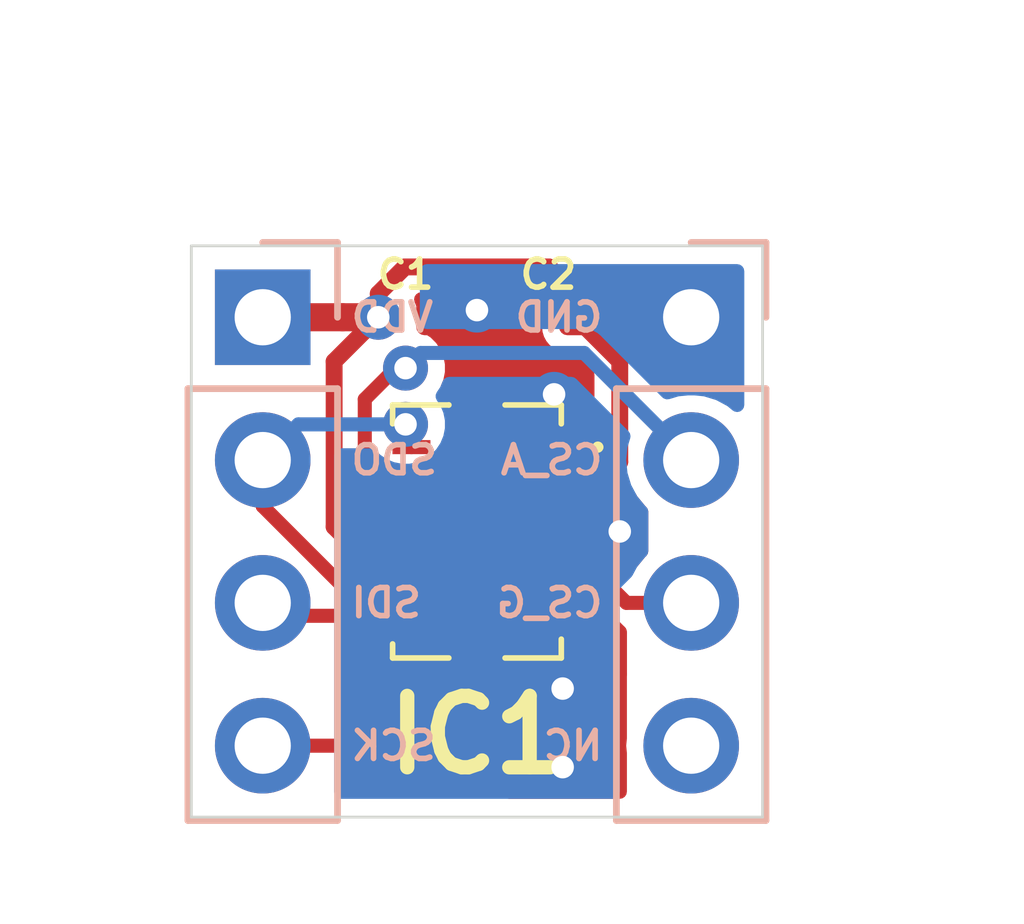
<source format=kicad_pcb>
(kicad_pcb (version 20171130) (host pcbnew "(5.1.4)-1")

  (general
    (thickness 1.6)
    (drawings 14)
    (tracks 73)
    (zones 0)
    (modules 5)
    (nets 13)
  )

  (page A4)
  (layers
    (0 F.Cu signal)
    (31 B.Cu signal)
    (32 B.Adhes user)
    (33 F.Adhes user)
    (34 B.Paste user)
    (35 F.Paste user)
    (36 B.SilkS user)
    (37 F.SilkS user)
    (38 B.Mask user)
    (39 F.Mask user)
    (40 Dwgs.User user)
    (41 Cmts.User user)
    (42 Eco1.User user)
    (43 Eco2.User user)
    (44 Edge.Cuts user)
    (45 Margin user)
    (46 B.CrtYd user)
    (47 F.CrtYd user)
    (48 B.Fab user)
    (49 F.Fab user)
  )

  (setup
    (last_trace_width 0.25)
    (trace_clearance 0.2)
    (zone_clearance 0.3)
    (zone_45_only yes)
    (trace_min 0.2)
    (via_size 0.8)
    (via_drill 0.4)
    (via_min_size 0.4)
    (via_min_drill 0.3)
    (uvia_size 0.3)
    (uvia_drill 0.1)
    (uvias_allowed no)
    (uvia_min_size 0.2)
    (uvia_min_drill 0.1)
    (edge_width 0.05)
    (segment_width 0.2)
    (pcb_text_width 0.3)
    (pcb_text_size 1.5 1.5)
    (mod_edge_width 0.12)
    (mod_text_size 1 1)
    (mod_text_width 0.15)
    (pad_size 1.524 1.524)
    (pad_drill 0.762)
    (pad_to_mask_clearance 0.051)
    (solder_mask_min_width 0.25)
    (aux_axis_origin 0 0)
    (visible_elements 7FFFFFFF)
    (pcbplotparams
      (layerselection 0x010fc_ffffffff)
      (usegerberextensions false)
      (usegerberattributes false)
      (usegerberadvancedattributes false)
      (creategerberjobfile false)
      (excludeedgelayer true)
      (linewidth 0.100000)
      (plotframeref false)
      (viasonmask false)
      (mode 1)
      (useauxorigin false)
      (hpglpennumber 1)
      (hpglpenspeed 20)
      (hpglpendiameter 15.000000)
      (psnegative false)
      (psa4output false)
      (plotreference true)
      (plotvalue true)
      (plotinvisibletext false)
      (padsonsilk false)
      (subtractmaskfromsilk false)
      (outputformat 1)
      (mirror false)
      (drillshape 1)
      (scaleselection 1)
      (outputdirectory ""))
  )

  (net 0 "")
  (net 1 GND)
  (net 2 +3V3)
  (net 3 "Net-(IC1-Pad16)")
  (net 4 "Net-(IC1-Pad10)")
  (net 5 "Net-(IC1-Pad14)")
  (net 6 "Net-(IC1-Pad13)")
  (net 7 "Net-(IC1-Pad12)")
  (net 8 "Net-(IC1-Pad9)")
  (net 9 "Net-(IC1-Pad8)")
  (net 10 "Net-(IC1-Pad5)")
  (net 11 "Net-(IC1-Pad1)")
  (net 12 "Net-(J2-Pad4)")

  (net_class Default "これはデフォルトのネット クラスです。"
    (clearance 0.2)
    (trace_width 0.25)
    (via_dia 0.8)
    (via_drill 0.4)
    (uvia_dia 0.3)
    (uvia_drill 0.1)
    (add_net +3V3)
    (add_net GND)
    (add_net "Net-(IC1-Pad1)")
    (add_net "Net-(IC1-Pad10)")
    (add_net "Net-(IC1-Pad12)")
    (add_net "Net-(IC1-Pad13)")
    (add_net "Net-(IC1-Pad14)")
    (add_net "Net-(IC1-Pad16)")
    (add_net "Net-(IC1-Pad5)")
    (add_net "Net-(IC1-Pad8)")
    (add_net "Net-(IC1-Pad9)")
    (add_net "Net-(J2-Pad4)")
  )

  (module Connector_PinHeader_2.54mm:PinHeader_1x04_P2.54mm_Vertical (layer B.Cu) (tedit 59FED5CC) (tstamp 5E494B6B)
    (at 3.81 -3.81 180)
    (descr "Through hole straight pin header, 1x04, 2.54mm pitch, single row")
    (tags "Through hole pin header THT 1x04 2.54mm single row")
    (path /5E4A84FC)
    (fp_text reference J2 (at 0 2.33) (layer B.SilkS) hide
      (effects (font (size 1 1) (thickness 0.15)) (justify mirror))
    )
    (fp_text value Conn_01x04 (at 0 -9.95) (layer B.Fab)
      (effects (font (size 1 1) (thickness 0.15)) (justify mirror))
    )
    (fp_text user %R (at 0 -3.81 270) (layer B.Fab)
      (effects (font (size 1 1) (thickness 0.15)) (justify mirror))
    )
    (fp_line (start 1.8 1.8) (end -1.8 1.8) (layer B.CrtYd) (width 0.05))
    (fp_line (start 1.8 -9.4) (end 1.8 1.8) (layer B.CrtYd) (width 0.05))
    (fp_line (start -1.8 -9.4) (end 1.8 -9.4) (layer B.CrtYd) (width 0.05))
    (fp_line (start -1.8 1.8) (end -1.8 -9.4) (layer B.CrtYd) (width 0.05))
    (fp_line (start -1.33 1.33) (end 0 1.33) (layer B.SilkS) (width 0.12))
    (fp_line (start -1.33 0) (end -1.33 1.33) (layer B.SilkS) (width 0.12))
    (fp_line (start -1.33 -1.27) (end 1.33 -1.27) (layer B.SilkS) (width 0.12))
    (fp_line (start 1.33 -1.27) (end 1.33 -8.95) (layer B.SilkS) (width 0.12))
    (fp_line (start -1.33 -1.27) (end -1.33 -8.95) (layer B.SilkS) (width 0.12))
    (fp_line (start -1.33 -8.95) (end 1.33 -8.95) (layer B.SilkS) (width 0.12))
    (fp_line (start -1.27 0.635) (end -0.635 1.27) (layer B.Fab) (width 0.1))
    (fp_line (start -1.27 -8.89) (end -1.27 0.635) (layer B.Fab) (width 0.1))
    (fp_line (start 1.27 -8.89) (end -1.27 -8.89) (layer B.Fab) (width 0.1))
    (fp_line (start 1.27 1.27) (end 1.27 -8.89) (layer B.Fab) (width 0.1))
    (fp_line (start -0.635 1.27) (end 1.27 1.27) (layer B.Fab) (width 0.1))
    (pad 4 thru_hole oval (at 0 -7.62 180) (size 1.7 1.7) (drill 1) (layers *.Cu *.Mask)
      (net 12 "Net-(J2-Pad4)"))
    (pad 3 thru_hole oval (at 0 -5.08 180) (size 1.7 1.7) (drill 1) (layers *.Cu *.Mask)
      (net 10 "Net-(IC1-Pad5)"))
    (pad 2 thru_hole oval (at 0 -2.54 180) (size 1.7 1.7) (drill 1) (layers *.Cu *.Mask)
      (net 5 "Net-(IC1-Pad14)"))
    (pad 1 thru_hole rect (at 0 0 180) (size 1.7 1.7) (drill 1) (layers *.Cu *.Mask)
      (net 1 GND))
    (model ${KISYS3DMOD}/Connector_PinHeader_2.54mm.3dshapes/PinHeader_1x04_P2.54mm_Vertical.wrl
      (at (xyz 0 0 0))
      (scale (xyz 1 1 1))
      (rotate (xyz 0 0 0))
    )
  )

  (module Connector_PinHeader_2.54mm:PinHeader_1x04_P2.54mm_Vertical (layer B.Cu) (tedit 59FED5CC) (tstamp 60F42DBD)
    (at -3.81 -3.81 180)
    (descr "Through hole straight pin header, 1x04, 2.54mm pitch, single row")
    (tags "Through hole pin header THT 1x04 2.54mm single row")
    (path /5E4924D9)
    (fp_text reference J1 (at 0 2.33) (layer B.SilkS) hide
      (effects (font (size 1 1) (thickness 0.15)) (justify mirror))
    )
    (fp_text value Conn_01x04 (at 0 -9.95) (layer B.Fab)
      (effects (font (size 1 1) (thickness 0.15)) (justify mirror))
    )
    (fp_text user %R (at 0 -3.81 270) (layer B.Fab)
      (effects (font (size 1 1) (thickness 0.15)) (justify mirror))
    )
    (fp_line (start 1.8 1.8) (end -1.8 1.8) (layer B.CrtYd) (width 0.05))
    (fp_line (start 1.8 -9.4) (end 1.8 1.8) (layer B.CrtYd) (width 0.05))
    (fp_line (start -1.8 -9.4) (end 1.8 -9.4) (layer B.CrtYd) (width 0.05))
    (fp_line (start -1.8 1.8) (end -1.8 -9.4) (layer B.CrtYd) (width 0.05))
    (fp_line (start -1.33 1.33) (end 0 1.33) (layer B.SilkS) (width 0.12))
    (fp_line (start -1.33 0) (end -1.33 1.33) (layer B.SilkS) (width 0.12))
    (fp_line (start -1.33 -1.27) (end 1.33 -1.27) (layer B.SilkS) (width 0.12))
    (fp_line (start 1.33 -1.27) (end 1.33 -8.95) (layer B.SilkS) (width 0.12))
    (fp_line (start -1.33 -1.27) (end -1.33 -8.95) (layer B.SilkS) (width 0.12))
    (fp_line (start -1.33 -8.95) (end 1.33 -8.95) (layer B.SilkS) (width 0.12))
    (fp_line (start -1.27 0.635) (end -0.635 1.27) (layer B.Fab) (width 0.1))
    (fp_line (start -1.27 -8.89) (end -1.27 0.635) (layer B.Fab) (width 0.1))
    (fp_line (start 1.27 -8.89) (end -1.27 -8.89) (layer B.Fab) (width 0.1))
    (fp_line (start 1.27 1.27) (end 1.27 -8.89) (layer B.Fab) (width 0.1))
    (fp_line (start -0.635 1.27) (end 1.27 1.27) (layer B.Fab) (width 0.1))
    (pad 4 thru_hole oval (at 0 -7.62 180) (size 1.7 1.7) (drill 1) (layers *.Cu *.Mask)
      (net 9 "Net-(IC1-Pad8)"))
    (pad 3 thru_hole oval (at 0 -5.08 180) (size 1.7 1.7) (drill 1) (layers *.Cu *.Mask)
      (net 8 "Net-(IC1-Pad9)"))
    (pad 2 thru_hole oval (at 0 -2.54 180) (size 1.7 1.7) (drill 1) (layers *.Cu *.Mask)
      (net 4 "Net-(IC1-Pad10)"))
    (pad 1 thru_hole rect (at 0 0 180) (size 1.7 1.7) (drill 1) (layers *.Cu *.Mask)
      (net 2 +3V3))
    (model ${KISYS3DMOD}/Connector_PinHeader_2.54mm.3dshapes/PinHeader_1x04_P2.54mm_Vertical.wrl
      (at (xyz 0 0 0))
      (scale (xyz 1 1 1))
      (rotate (xyz 0 0 0))
    )
  )

  (module SamacSys_Parts:BMI088 (layer F.Cu) (tedit 0) (tstamp 5E494B3B)
    (at 0 0 270)
    (descr BMI088-2)
    (tags "Integrated Circuit")
    (path /5E48D804)
    (attr smd)
    (fp_text reference IC1 (at 3.6195 0 180) (layer F.SilkS)
      (effects (font (size 1.27 1.27) (thickness 0.254)))
    )
    (fp_text value BMI088 (at 0 -0.349 90) (layer F.SilkS) hide
      (effects (font (size 1.27 1.27) (thickness 0.254)))
    )
    (fp_arc (start -1.5 -2.15) (end -1.5 -2.2) (angle 180) (layer F.SilkS) (width 0.1))
    (fp_arc (start -1.5 -2.15) (end -1.5 -2.1) (angle 180) (layer F.SilkS) (width 0.1))
    (fp_line (start -1.5 -2.2) (end -1.5 -2.2) (layer F.SilkS) (width 0.1))
    (fp_line (start -1.5 -2.1) (end -1.5 -2.1) (layer F.SilkS) (width 0.1))
    (fp_line (start 2.25 -1.5) (end 2.25 -0.5) (layer F.SilkS) (width 0.1))
    (fp_line (start 1.915 -1.5) (end 2.25 -1.5) (layer F.SilkS) (width 0.1))
    (fp_line (start -2.25 -1.5) (end -1.915 -1.5) (layer F.SilkS) (width 0.1))
    (fp_line (start -2.25 -0.5) (end -2.25 -1.5) (layer F.SilkS) (width 0.1))
    (fp_line (start 2.25 1.5) (end 2.25 0.5) (layer F.SilkS) (width 0.1))
    (fp_line (start 2 1.5) (end 2.25 1.5) (layer F.SilkS) (width 0.1))
    (fp_line (start -2.25 0.5) (end -2.25 0.5) (layer F.SilkS) (width 0.1))
    (fp_line (start -2.25 1.5) (end -2.25 0.5) (layer F.SilkS) (width 0.1))
    (fp_line (start -1.915 1.5) (end -2.25 1.5) (layer F.SilkS) (width 0.1))
    (fp_line (start -2.852 2.103) (end -2.852 -2.8) (layer F.CrtYd) (width 0.1))
    (fp_line (start 2.852 2.103) (end -2.852 2.103) (layer F.CrtYd) (width 0.1))
    (fp_line (start 2.852 -2.8) (end 2.852 2.103) (layer F.CrtYd) (width 0.1))
    (fp_line (start -2.852 -2.8) (end 2.852 -2.8) (layer F.CrtYd) (width 0.1))
    (fp_line (start -2.25 1.5) (end -2.25 -1.5) (layer F.Fab) (width 0.2))
    (fp_line (start 2.25 1.5) (end -2.25 1.5) (layer F.Fab) (width 0.2))
    (fp_line (start 2.25 -1.5) (end 2.25 1.5) (layer F.Fab) (width 0.2))
    (fp_line (start -2.25 -1.5) (end 2.25 -1.5) (layer F.Fab) (width 0.2))
    (fp_text user %R (at 0 -0.349 90) (layer F.Fab)
      (effects (font (size 1.27 1.27) (thickness 0.254)))
    )
    (pad 16 smd rect (at -1.915 0) (size 0.25 0.675) (layers F.Cu F.Paste F.Mask)
      (net 3 "Net-(IC1-Pad16)"))
    (pad 15 smd rect (at -1.5 1.165 270) (size 0.25 0.675) (layers F.Cu F.Paste F.Mask)
      (net 4 "Net-(IC1-Pad10)"))
    (pad 14 smd rect (at -1 1.165 270) (size 0.25 0.675) (layers F.Cu F.Paste F.Mask)
      (net 5 "Net-(IC1-Pad14)"))
    (pad 13 smd rect (at -0.5 1.165 270) (size 0.25 0.675) (layers F.Cu F.Paste F.Mask)
      (net 6 "Net-(IC1-Pad13)"))
    (pad 12 smd rect (at 0 1.165 270) (size 0.25 0.675) (layers F.Cu F.Paste F.Mask)
      (net 7 "Net-(IC1-Pad12)"))
    (pad 11 smd rect (at 0.5 1.165 270) (size 0.25 0.675) (layers F.Cu F.Paste F.Mask)
      (net 2 +3V3))
    (pad 10 smd rect (at 1 1.165 270) (size 0.25 0.675) (layers F.Cu F.Paste F.Mask)
      (net 4 "Net-(IC1-Pad10)"))
    (pad 9 smd rect (at 1.5 1.165 270) (size 0.25 0.675) (layers F.Cu F.Paste F.Mask)
      (net 8 "Net-(IC1-Pad9)"))
    (pad 8 smd rect (at 1.915 0) (size 0.25 0.675) (layers F.Cu F.Paste F.Mask)
      (net 9 "Net-(IC1-Pad8)"))
    (pad 7 smd rect (at 1.5 -1.165 270) (size 0.25 0.675) (layers F.Cu F.Paste F.Mask)
      (net 1 GND))
    (pad 6 smd rect (at 1 -1.165 270) (size 0.25 0.675) (layers F.Cu F.Paste F.Mask)
      (net 1 GND))
    (pad 5 smd rect (at 0.5 -1.165 270) (size 0.25 0.675) (layers F.Cu F.Paste F.Mask)
      (net 10 "Net-(IC1-Pad5)"))
    (pad 4 smd rect (at 0 -1.165 270) (size 0.25 0.675) (layers F.Cu F.Paste F.Mask)
      (net 1 GND))
    (pad 3 smd rect (at -0.5 -1.165 270) (size 0.25 0.675) (layers F.Cu F.Paste F.Mask)
      (net 2 +3V3))
    (pad 2 smd rect (at -1 -1.165 270) (size 0.25 0.675) (layers F.Cu F.Paste F.Mask)
      (net 1 GND))
    (pad 1 smd rect (at -1.5 -1.165 270) (size 0.25 0.675) (layers F.Cu F.Paste F.Mask)
      (net 11 "Net-(IC1-Pad1)"))
    (model Z:\ElectronicWork\KiCad\PCB_Library\SamacSys_Parts.3dshapes\BMI088.stp
      (at (xyz 0 0 0))
      (scale (xyz 1 1 1))
      (rotate (xyz 0 0 0))
    )
  )

  (module Capacitor_SMD:C_0402_1005Metric (layer F.Cu) (tedit 5B301BBE) (tstamp 60F43835)
    (at 1.27 -3.81 180)
    (descr "Capacitor SMD 0402 (1005 Metric), square (rectangular) end terminal, IPC_7351 nominal, (Body size source: http://www.tortai-tech.com/upload/download/2011102023233369053.pdf), generated with kicad-footprint-generator")
    (tags capacitor)
    (path /5E49E864)
    (attr smd)
    (fp_text reference C2 (at 0 0.762) (layer F.SilkS)
      (effects (font (size 0.5 0.5) (thickness 0.1)))
    )
    (fp_text value 100nF (at 0 1.17) (layer F.Fab)
      (effects (font (size 1 1) (thickness 0.15)))
    )
    (fp_line (start -0.5 0.25) (end -0.5 -0.25) (layer F.Fab) (width 0.1))
    (fp_line (start -0.5 -0.25) (end 0.5 -0.25) (layer F.Fab) (width 0.1))
    (fp_line (start 0.5 -0.25) (end 0.5 0.25) (layer F.Fab) (width 0.1))
    (fp_line (start 0.5 0.25) (end -0.5 0.25) (layer F.Fab) (width 0.1))
    (fp_line (start -0.93 0.47) (end -0.93 -0.47) (layer F.CrtYd) (width 0.05))
    (fp_line (start -0.93 -0.47) (end 0.93 -0.47) (layer F.CrtYd) (width 0.05))
    (fp_line (start 0.93 -0.47) (end 0.93 0.47) (layer F.CrtYd) (width 0.05))
    (fp_line (start 0.93 0.47) (end -0.93 0.47) (layer F.CrtYd) (width 0.05))
    (fp_text user %R (at 0 0) (layer F.Fab)
      (effects (font (size 0.25 0.25) (thickness 0.04)))
    )
    (pad 1 smd roundrect (at -0.485 0 180) (size 0.59 0.64) (layers F.Cu F.Paste F.Mask) (roundrect_rratio 0.25)
      (net 2 +3V3))
    (pad 2 smd roundrect (at 0.485 0 180) (size 0.59 0.64) (layers F.Cu F.Paste F.Mask) (roundrect_rratio 0.25)
      (net 1 GND))
    (model ${KISYS3DMOD}/Capacitor_SMD.3dshapes/C_0402_1005Metric.wrl
      (at (xyz 0 0 0))
      (scale (xyz 1 1 1))
      (rotate (xyz 0 0 0))
    )
  )

  (module Capacitor_SMD:C_0402_1005Metric (layer F.Cu) (tedit 5B301BBE) (tstamp 60F42F9A)
    (at -1.27 -3.81)
    (descr "Capacitor SMD 0402 (1005 Metric), square (rectangular) end terminal, IPC_7351 nominal, (Body size source: http://www.tortai-tech.com/upload/download/2011102023233369053.pdf), generated with kicad-footprint-generator")
    (tags capacitor)
    (path /5E491C7C)
    (attr smd)
    (fp_text reference C1 (at 0 -0.762) (layer F.SilkS)
      (effects (font (size 0.5 0.5) (thickness 0.1)))
    )
    (fp_text value 100nF (at 0 1.17) (layer F.Fab)
      (effects (font (size 1 1) (thickness 0.15)))
    )
    (fp_text user %R (at 0 0) (layer F.Fab)
      (effects (font (size 0.25 0.25) (thickness 0.04)))
    )
    (fp_line (start 0.93 0.47) (end -0.93 0.47) (layer F.CrtYd) (width 0.05))
    (fp_line (start 0.93 -0.47) (end 0.93 0.47) (layer F.CrtYd) (width 0.05))
    (fp_line (start -0.93 -0.47) (end 0.93 -0.47) (layer F.CrtYd) (width 0.05))
    (fp_line (start -0.93 0.47) (end -0.93 -0.47) (layer F.CrtYd) (width 0.05))
    (fp_line (start 0.5 0.25) (end -0.5 0.25) (layer F.Fab) (width 0.1))
    (fp_line (start 0.5 -0.25) (end 0.5 0.25) (layer F.Fab) (width 0.1))
    (fp_line (start -0.5 -0.25) (end 0.5 -0.25) (layer F.Fab) (width 0.1))
    (fp_line (start -0.5 0.25) (end -0.5 -0.25) (layer F.Fab) (width 0.1))
    (pad 2 smd roundrect (at 0.485 0) (size 0.59 0.64) (layers F.Cu F.Paste F.Mask) (roundrect_rratio 0.25)
      (net 1 GND))
    (pad 1 smd roundrect (at -0.485 0) (size 0.59 0.64) (layers F.Cu F.Paste F.Mask) (roundrect_rratio 0.25)
      (net 2 +3V3))
    (model ${KISYS3DMOD}/Capacitor_SMD.3dshapes/C_0402_1005Metric.wrl
      (at (xyz 0 0 0))
      (scale (xyz 1 1 1))
      (rotate (xyz 0 0 0))
    )
  )

  (dimension 10.16 (width 0.15) (layer Dwgs.User)
    (gr_text "10.160 mm" (at 8.38 0 270) (layer Dwgs.User)
      (effects (font (size 1 1) (thickness 0.15)))
    )
    (feature1 (pts (xy 5.08 5.08) (xy 7.666421 5.08)))
    (feature2 (pts (xy 5.08 -5.08) (xy 7.666421 -5.08)))
    (crossbar (pts (xy 7.08 -5.08) (xy 7.08 5.08)))
    (arrow1a (pts (xy 7.08 5.08) (xy 6.493579 3.953496)))
    (arrow1b (pts (xy 7.08 5.08) (xy 7.666421 3.953496)))
    (arrow2a (pts (xy 7.08 -5.08) (xy 6.493579 -3.953496)))
    (arrow2b (pts (xy 7.08 -5.08) (xy 7.666421 -3.953496)))
  )
  (dimension 10.16 (width 0.15) (layer Dwgs.User)
    (gr_text "10.160 mm" (at 0 -8.754) (layer Dwgs.User) (tstamp 60F4350C)
      (effects (font (size 1 1) (thickness 0.15)))
    )
    (feature1 (pts (xy 5.08 -5.08) (xy 5.08 -8.040421)))
    (feature2 (pts (xy -5.08 -5.08) (xy -5.08 -8.040421)))
    (crossbar (pts (xy -5.08 -7.454) (xy 5.08 -7.454)))
    (arrow1a (pts (xy 5.08 -7.454) (xy 3.953496 -6.867579)))
    (arrow1b (pts (xy 5.08 -7.454) (xy 3.953496 -8.040421)))
    (arrow2a (pts (xy -5.08 -7.454) (xy -3.953496 -6.867579)))
    (arrow2b (pts (xy -5.08 -7.454) (xy -3.953496 -8.040421)))
  )
  (gr_text CS_G (at 2.286 1.27) (layer B.SilkS)
    (effects (font (size 0.5 0.5) (thickness 0.1)) (justify left mirror))
  )
  (gr_text CS_A (at 2.286 -1.27) (layer B.SilkS)
    (effects (font (size 0.5 0.5) (thickness 0.1)) (justify left mirror))
  )
  (gr_text SDO (at -2.286 -1.27) (layer B.SilkS)
    (effects (font (size 0.5 0.5) (thickness 0.1)) (justify right mirror))
  )
  (gr_text SCK (at -2.286 3.81) (layer B.SilkS)
    (effects (font (size 0.5 0.5) (thickness 0.1)) (justify right mirror))
  )
  (gr_text SDI (at -2.286 1.27) (layer B.SilkS) (tstamp 60F435D4)
    (effects (font (size 0.5 0.5) (thickness 0.1)) (justify right mirror))
  )
  (gr_text NC (at 2.286 3.81) (layer B.SilkS)
    (effects (font (size 0.5 0.5) (thickness 0.1)) (justify left mirror))
  )
  (gr_text GND (at 2.286 -3.81) (layer B.SilkS)
    (effects (font (size 0.5 0.5) (thickness 0.1)) (justify left mirror))
  )
  (gr_text VDD (at -2.286 -3.81) (layer B.SilkS)
    (effects (font (size 0.5 0.5) (thickness 0.1)) (justify right mirror))
  )
  (gr_line (start -5.08 5.08) (end -5.08 -5.08) (layer Edge.Cuts) (width 0.05) (tstamp 5E494F08))
  (gr_line (start 5.08 5.08) (end -5.08 5.08) (layer Edge.Cuts) (width 0.05))
  (gr_line (start 5.08 -5.08) (end 5.08 5.08) (layer Edge.Cuts) (width 0.05))
  (gr_line (start -5.08 -5.08) (end 5.08 -5.08) (layer Edge.Cuts) (width 0.05))

  (segment (start 1.165 -1) (end 1.630736 -1) (width 0.25) (layer F.Cu) (net 1))
  (segment (start 1.630736 -1) (end 1.905 -1.274264) (width 0.25) (layer F.Cu) (net 1))
  (segment (start 1.905 -1.274264) (end 1.905 -1.905) (width 0.25) (layer F.Cu) (net 1))
  (segment (start 0.785 -3.025) (end 0.785 -3.81) (width 0.25) (layer F.Cu) (net 1))
  (segment (start 1.905 -1.905) (end 1.3716 -2.4384) (width 0.25) (layer F.Cu) (net 1))
  (segment (start 1.7525 1) (end 1.905 1.1525) (width 0.25) (layer F.Cu) (net 1))
  (segment (start 1.165 1) (end 1.7525 1) (width 0.25) (layer F.Cu) (net 1))
  (segment (start 1.7525 1.5) (end 1.165 1.5) (width 0.25) (layer F.Cu) (net 1))
  (segment (start 1.905 1.3475) (end 1.7525 1.5) (width 0.25) (layer F.Cu) (net 1))
  (segment (start 1.905 1.1525) (end 1.905 1.3475) (width 0.25) (layer F.Cu) (net 1))
  (via (at 2.54 0) (size 0.8) (drill 0.4) (layers F.Cu B.Cu) (net 1))
  (segment (start 1.165 0) (end 2.54 0) (width 0.25) (layer F.Cu) (net 1))
  (segment (start 1.3716 -2.4384) (end 0.785 -3.025) (width 0.25) (layer F.Cu) (net 1) (tstamp 60F4348E))
  (via (at 1.3716 -2.4384) (size 0.8) (drill 0.4) (layers F.Cu B.Cu) (net 1))
  (via (at 1.524 2.794) (size 0.8) (drill 0.4) (layers F.Cu B.Cu) (net 1))
  (via (at 1.524 4.191) (size 0.8) (drill 0.4) (layers F.Cu B.Cu) (net 1) (tstamp 60F43558))
  (via (at 0 -3.937) (size 0.8) (drill 0.4) (layers F.Cu B.Cu) (net 1))
  (segment (start -0.127 -3.81) (end 0 -3.937) (width 0.25) (layer F.Cu) (net 1))
  (segment (start -0.785 -3.81) (end -0.127 -3.81) (width 0.25) (layer F.Cu) (net 1))
  (segment (start 2.54 2.54) (end 1.27 2.54) (width 0.25) (layer F.Cu) (net 1))
  (segment (start 1.905 1.1525) (end 2.54 1.7875) (width 0.25) (layer F.Cu) (net 1))
  (segment (start 2.54 1.7875) (end 2.54 2.54) (width 0.25) (layer F.Cu) (net 1))
  (segment (start 1.905 1.3475) (end 1.905 1.905) (width 0.25) (layer F.Cu) (net 1))
  (segment (start 1.905 1.905) (end 1.27 2.54) (width 0.25) (layer F.Cu) (net 1))
  (segment (start 0 -3.937) (end 0 -3.048) (width 0.25) (layer F.Cu) (net 1))
  (segment (start 0.6096 -2.4384) (end 1.3716 -2.4384) (width 0.25) (layer F.Cu) (net 1))
  (segment (start 0 -3.048) (end 0.6096 -2.4384) (width 0.25) (layer F.Cu) (net 1))
  (segment (start -0.023 -3.048) (end 0 -3.048) (width 0.25) (layer F.Cu) (net 1))
  (segment (start -0.785 -3.81) (end -0.023 -3.048) (width 0.25) (layer F.Cu) (net 1))
  (segment (start -3.81 -3.81) (end -2.39 -3.81) (width 0.5) (layer F.Cu) (net 2))
  (segment (start -2.39 -3.81) (end -1.755 -3.81) (width 0.5) (layer F.Cu) (net 2))
  (segment (start 2.54 -3.025) (end 1.755 -3.81) (width 0.3) (layer F.Cu) (net 2))
  (segment (start 2.54 -1.2375) (end 2.54 -3.025) (width 0.3) (layer F.Cu) (net 2))
  (segment (start 1.165 -0.5) (end 1.8025 -0.5) (width 0.3) (layer F.Cu) (net 2))
  (segment (start 1.8025 -0.5) (end 2.54 -1.2375) (width 0.3) (layer F.Cu) (net 2))
  (via (at -1.755 -3.81) (size 0.8) (drill 0.4) (layers F.Cu B.Cu) (net 2))
  (segment (start -2.54 -3.025) (end -1.755 -3.81) (width 0.3) (layer F.Cu) (net 2))
  (segment (start -2.54 -0.082769) (end -2.54 -3.025) (width 0.3) (layer F.Cu) (net 2))
  (segment (start -1.165 0.5) (end -1.957231 0.5) (width 0.3) (layer F.Cu) (net 2))
  (segment (start -1.957231 0.5) (end -2.54 -0.082769) (width 0.3) (layer F.Cu) (net 2))
  (segment (start -1.755 -4.23) (end -1.755 -3.81) (width 0.3) (layer F.Cu) (net 2))
  (segment (start -1.28001 -4.70499) (end -1.755 -4.23) (width 0.3) (layer F.Cu) (net 2))
  (segment (start 1.28001 -4.70499) (end -1.28001 -4.70499) (width 0.3) (layer F.Cu) (net 2))
  (segment (start 1.755 -3.81) (end 1.755 -4.23) (width 0.3) (layer F.Cu) (net 2))
  (segment (start 1.755 -4.23) (end 1.28001 -4.70499) (width 0.3) (layer F.Cu) (net 2))
  (segment (start -3.58 -1.5) (end -3.81 -1.27) (width 0.25) (layer F.Cu) (net 4))
  (segment (start -3.81 -0.45) (end -3.81 -1.27) (width 0.25) (layer F.Cu) (net 4))
  (segment (start -1.165 1) (end -2.36 1) (width 0.25) (layer F.Cu) (net 4))
  (segment (start -2.36 1) (end -3.81 -0.45) (width 0.25) (layer F.Cu) (net 4))
  (via (at -1.27 -1.905012) (size 0.8) (drill 0.4) (layers F.Cu B.Cu) (net 4))
  (segment (start -1.165 -1.875) (end -1.195012 -1.905012) (width 0.25) (layer F.Cu) (net 4))
  (segment (start -1.195012 -1.905012) (end -1.27 -1.905012) (width 0.25) (layer F.Cu) (net 4))
  (segment (start -1.165 -1.5) (end -1.165 -1.875) (width 0.25) (layer F.Cu) (net 4))
  (segment (start -1.270012 -1.905) (end -1.27 -1.905012) (width 0.25) (layer B.Cu) (net 4))
  (segment (start -3.81 -1.27) (end -3.175 -1.905) (width 0.25) (layer B.Cu) (net 4))
  (segment (start -3.175 -1.905) (end -1.270012 -1.905) (width 0.25) (layer B.Cu) (net 4))
  (via (at -1.27 -2.905015) (size 0.8) (drill 0.4) (layers F.Cu B.Cu) (net 5))
  (segment (start -1.441492 -2.905015) (end -1.27 -2.905015) (width 0.25) (layer F.Cu) (net 5))
  (segment (start -1.995001 -2.351506) (end -1.441492 -2.905015) (width 0.25) (layer F.Cu) (net 5))
  (segment (start -1.995001 -1.242501) (end -1.995001 -2.351506) (width 0.25) (layer F.Cu) (net 5))
  (segment (start -1.165 -1) (end -1.7525 -1) (width 0.25) (layer F.Cu) (net 5))
  (segment (start -1.7525 -1) (end -1.995001 -1.242501) (width 0.25) (layer F.Cu) (net 5))
  (segment (start 1.905 -3.175) (end 3.81 -1.27) (width 0.25) (layer B.Cu) (net 5))
  (segment (start -1.27 -2.905015) (end -1.000015 -3.175) (width 0.25) (layer B.Cu) (net 5))
  (segment (start -1.000015 -3.175) (end 1.905 -3.175) (width 0.25) (layer B.Cu) (net 5))
  (segment (start -3.58 1.5) (end -3.81 1.27) (width 0.25) (layer F.Cu) (net 8))
  (segment (start -1.165 1.5) (end -3.58 1.5) (width 0.25) (layer F.Cu) (net 8))
  (segment (start 0 2.1275) (end 0 1.915) (width 0.25) (layer F.Cu) (net 9))
  (segment (start -1.6825 3.81) (end 0 2.1275) (width 0.25) (layer F.Cu) (net 9))
  (segment (start -3.81 3.81) (end -1.6825 3.81) (width 0.25) (layer F.Cu) (net 9))
  (segment (start 2.65891 1.27) (end 3.81 1.27) (width 0.25) (layer F.Cu) (net 10))
  (segment (start 1.165 0.5) (end 1.88891 0.5) (width 0.25) (layer F.Cu) (net 10))
  (segment (start 1.88891 0.5) (end 2.65891 1.27) (width 0.25) (layer F.Cu) (net 10))

  (zone (net 0) (net_name "") (layer F.Cu) (tstamp 0) (hatch edge 0.508)
    (connect_pads yes (clearance 0.3))
    (min_thickness 0.254)
    (keepout (tracks allowed) (vias allowed) (copperpour not_allowed))
    (fill (arc_segments 32) (thermal_gap 0.3) (thermal_bridge_width 0.3))
    (polygon
      (pts
        (xy -2.54 -2.54) (xy -1.9685 -2.54) (xy -1.9685 -3.429) (xy -2.54 -3.429)
      )
    )
  )
  (zone (net 1) (net_name GND) (layer F.Cu) (tstamp 0) (hatch edge 0.508)
    (connect_pads yes (clearance 0.3))
    (min_thickness 0.254)
    (fill yes (arc_segments 32) (thermal_gap 0.508) (thermal_bridge_width 0.508))
    (polygon
      (pts
        (xy -5.08 -5.08) (xy 5.08 -5.08) (xy 5.08 5.08) (xy -5.08 5.08)
      )
    )
    (filled_polygon
      (pts
        (xy 2.249417 1.641153) (xy 2.266699 1.662211) (xy 2.350752 1.731191) (xy 2.446647 1.782448) (xy 2.54 1.810766)
        (xy 2.54 3.676202) (xy 2.526822 3.81) (xy 2.54 3.943798) (xy 2.54 4.628) (xy 0.5715 4.628)
        (xy 0.5715 1.633369) (xy 0.578557 1.629597) (xy 0.597803 1.613803) (xy 0.851803 1.359803) (xy 0.867597 1.340557)
        (xy 0.879333 1.318601) (xy 0.88656 1.294776) (xy 0.889 1.27) (xy 0.889 1.054066) (xy 1.5025 1.054066)
        (xy 1.523478 1.052) (xy 1.660266 1.052)
      )
    )
    (filled_polygon
      (pts
        (xy 2.743076 -0.557104) (xy 2.902656 -0.362656) (xy 2.921 -0.347601) (xy 2.921 0.347601) (xy 2.902656 0.362656)
        (xy 2.743076 0.557104) (xy 2.737358 0.567802) (xy 2.29841 0.128856) (xy 2.281121 0.107789) (xy 2.197068 0.038809)
        (xy 2.107774 -0.00892) (xy 2.124615 -0.017921) (xy 2.212474 -0.090026) (xy 2.230539 -0.112038) (xy 2.719574 -0.601073)
      )
    )
    (filled_polygon
      (pts
        (xy 1.049462 -4.119537) (xy 1.042013 -4.094982) (xy 1.030934 -3.9825) (xy 1.030934 -3.6375) (xy 1.042013 -3.525018)
        (xy 1.074822 -3.416858) (xy 1.128103 -3.317177) (xy 1.199806 -3.229806) (xy 1.287177 -3.158103) (xy 1.386858 -3.104822)
        (xy 1.495018 -3.072013) (xy 1.6075 -3.060934) (xy 1.688065 -3.060934) (xy 1.963001 -2.785998) (xy 1.963 -1.476501)
        (xy 1.931566 -1.445067) (xy 1.931566 -1.625) (xy 1.923322 -1.708707) (xy 1.898905 -1.789196) (xy 1.859255 -1.863376)
        (xy 1.805895 -1.928395) (xy 1.740876 -1.981755) (xy 1.666696 -2.021405) (xy 1.586207 -2.045822) (xy 1.5025 -2.054066)
        (xy 0.8275 -2.054066) (xy 0.743793 -2.045822) (xy 0.663304 -2.021405) (xy 0.589124 -1.981755) (xy 0.554066 -1.952983)
        (xy 0.554066 -2.2525) (xy 0.545822 -2.336207) (xy 0.521405 -2.416696) (xy 0.481755 -2.490876) (xy 0.428395 -2.555895)
        (xy 0.363376 -2.609255) (xy 0.289196 -2.648905) (xy 0.208707 -2.673322) (xy 0.125 -2.681566) (xy -0.125 -2.681566)
        (xy -0.208707 -2.673322) (xy -0.289196 -2.648905) (xy -0.363376 -2.609255) (xy -0.428395 -2.555895) (xy -0.44144 -2.54)
        (xy -0.526057 -2.54) (xy -0.474782 -2.663788) (xy -0.443 -2.823563) (xy -0.443 -2.986467) (xy -0.474782 -3.146242)
        (xy -0.537123 -3.296746) (xy -0.627628 -3.432196) (xy -0.742819 -3.547387) (xy -0.878269 -3.637892) (xy -0.940875 -3.663824)
        (xy -0.928 -3.728548) (xy -0.928 -3.891452) (xy -0.959782 -4.051227) (xy -0.991578 -4.12799) (xy 1.041009 -4.12799)
      )
    )
  )
  (zone (net 1) (net_name GND) (layer B.Cu) (tstamp 0) (hatch edge 0.508)
    (connect_pads yes (clearance 0.3))
    (min_thickness 0.254)
    (fill yes (arc_segments 32) (thermal_gap 0.508) (thermal_bridge_width 0.508))
    (polygon
      (pts
        (xy -5.08 -5.08) (xy 5.08 -5.08) (xy 5.08 5.08) (xy -5.08 5.08)
      )
    )
    (filled_polygon
      (pts
        (xy 2.604437 -1.694918) (xy 2.551478 -1.520336) (xy 2.526822 -1.27) (xy 2.551478 -1.019664) (xy 2.624498 -0.778949)
        (xy 2.743076 -0.557104) (xy 2.902656 -0.362656) (xy 2.921 -0.347601) (xy 2.921 0.347601) (xy 2.902656 0.362656)
        (xy 2.743076 0.557104) (xy 2.655562 0.720832) (xy 2.450197 0.926197) (xy 2.434403 0.945443) (xy 2.422667 0.967399)
        (xy 2.41544 0.991224) (xy 2.413 1.016) (xy 2.413 4.628) (xy -2.413 4.628) (xy -2.413 -1.353)
        (xy -1.887541 -1.353) (xy -1.797181 -1.26264) (xy -1.661731 -1.172135) (xy -1.511227 -1.109794) (xy -1.351452 -1.078012)
        (xy -1.188548 -1.078012) (xy -1.028773 -1.109794) (xy -0.878269 -1.172135) (xy -0.742819 -1.26264) (xy -0.627628 -1.377831)
        (xy -0.537123 -1.513281) (xy -0.474782 -1.663785) (xy -0.443 -1.82356) (xy -0.443 -1.986464) (xy -0.474782 -2.146239)
        (xy -0.537123 -2.296743) (xy -0.609467 -2.405014) (xy -0.537123 -2.513284) (xy -0.491677 -2.623) (xy 1.676356 -2.623)
      )
    )
    (filled_polygon
      (pts
        (xy 4.628 -2.250667) (xy 4.522896 -2.336924) (xy 4.301051 -2.455502) (xy 4.060336 -2.528522) (xy 3.872726 -2.547)
        (xy 3.747274 -2.547) (xy 3.559664 -2.528522) (xy 3.385082 -2.475563) (xy 2.3145 -3.546144) (xy 2.297211 -3.567211)
        (xy 2.213158 -3.636191) (xy 2.117263 -3.687448) (xy 2.013211 -3.719012) (xy 1.932109 -3.727) (xy 1.932106 -3.727)
        (xy 1.905 -3.72967) (xy 1.877894 -3.727) (xy -0.889 -3.727) (xy -0.889 -4.628) (xy 4.628 -4.628)
      )
    )
  )
  (zone (net 0) (net_name "") (layer F.Cu) (tstamp 0) (hatch edge 0.508)
    (connect_pads (clearance 0.3))
    (min_thickness 0.254)
    (keepout (tracks allowed) (vias allowed) (copperpour not_allowed))
    (fill (arc_segments 32) (thermal_gap 0.508) (thermal_bridge_width 0.508))
    (polygon
      (pts
        (xy 0.4445 1.515638) (xy 0.4445 4.817638) (xy 0.1905 4.817638) (xy 0.1905 1.515638)
      )
    )
  )
  (zone (net 0) (net_name "") (layer F.Cu) (tstamp 0) (hatch edge 0.508)
    (connect_pads (clearance 0.3))
    (min_thickness 0.254)
    (keepout (tracks allowed) (vias allowed) (copperpour not_allowed))
    (fill (arc_segments 32) (thermal_gap 0.508) (thermal_bridge_width 0.508))
    (polygon
      (pts
        (xy 2.667 1.651) (xy 2.667 4.699) (xy 2.921 4.699) (xy 2.921 1.651)
      )
    )
  )
  (zone (net 0) (net_name "") (layer F.Cu) (tstamp 0) (hatch edge 0.508)
    (connect_pads (clearance 0.3))
    (min_thickness 0.254)
    (keepout (tracks allowed) (vias allowed) (copperpour not_allowed))
    (fill (arc_segments 32) (thermal_gap 0.508) (thermal_bridge_width 0.508))
    (polygon
      (pts
        (xy 3.048 -0.508) (xy 3.048 0.508) (xy 3.175 0.508) (xy 3.175 -0.508)
      )
    )
  )
  (zone (net 0) (net_name "") (layer B.Cu) (tstamp 0) (hatch edge 0.508)
    (connect_pads (clearance 0.3))
    (min_thickness 0.254)
    (keepout (tracks allowed) (vias allowed) (copperpour not_allowed))
    (fill (arc_segments 32) (thermal_gap 0.508) (thermal_bridge_width 0.508))
    (polygon
      (pts
        (xy -3.048 -1.524) (xy -2.54 -1.524) (xy -2.54 5.08) (xy -3.048 5.08)
      )
    )
  )
  (zone (net 0) (net_name "") (layer B.Cu) (tstamp 0) (hatch edge 0.508)
    (connect_pads (clearance 0.3))
    (min_thickness 0.254)
    (keepout (tracks allowed) (vias allowed) (copperpour not_allowed))
    (fill (arc_segments 32) (thermal_gap 0.508) (thermal_bridge_width 0.508))
    (polygon
      (pts
        (xy 3.048 -0.508) (xy 3.048 0.508) (xy 2.54 1.016) (xy 2.54 5.08) (xy 4.064 5.08)
        (xy 4.064 -0.508)
      )
    )
  )
  (zone (net 0) (net_name "") (layer B.Cu) (tstamp 0) (hatch edge 0.508)
    (connect_pads (clearance 0.3))
    (min_thickness 0.254)
    (keepout (tracks allowed) (vias allowed) (copperpour not_allowed))
    (fill (arc_segments 32) (thermal_gap 0.508) (thermal_bridge_width 0.508))
    (polygon
      (pts
        (xy -1.016 -3.556) (xy -1.016 -5.08) (xy -1.524 -5.08) (xy -1.524 -3.556)
      )
    )
  )
  (zone (net 0) (net_name "") (layer F.Cu) (tstamp 0) (hatch edge 0.508)
    (connect_pads (clearance 0.3))
    (min_thickness 0.254)
    (keepout (tracks allowed) (vias allowed) (copperpour not_allowed))
    (fill (arc_segments 32) (thermal_gap 0.508) (thermal_bridge_width 0.508))
    (polygon
      (pts
        (xy -0.254 -2.413) (xy -0.889 -2.413) (xy -0.889 -2.159) (xy -0.254 -2.159)
      )
    )
  )
  (zone (net 0) (net_name "") (layer F.Cu) (tstamp 0) (hatch edge 0.508)
    (connect_pads yes (clearance 0.3))
    (min_thickness 0.254)
    (keepout (tracks allowed) (vias allowed) (copperpour not_allowed))
    (fill (arc_segments 32) (thermal_gap 0.508) (thermal_bridge_width 0.508))
    (polygon
      (pts
        (xy -0.635 -1.397) (xy 0.762 -1.397) (xy 0.762 1.27) (xy 0.508 1.524) (xy -0.635 1.524)
      )
    )
  )
  (zone (net 0) (net_name "") (layer F.Cu) (tstamp 0) (hatch edge 0.508)
    (connect_pads yes (clearance 0.3))
    (min_thickness 0.254)
    (keepout (tracks allowed) (vias allowed) (copperpour not_allowed))
    (fill (arc_segments 32) (thermal_gap 0.508) (thermal_bridge_width 0.508))
    (polygon
      (pts
        (xy 2.921 -4.826) (xy 2.921 -2.794) (xy 4.699 -2.794) (xy 4.699 -4.826)
      )
    )
  )
)

</source>
